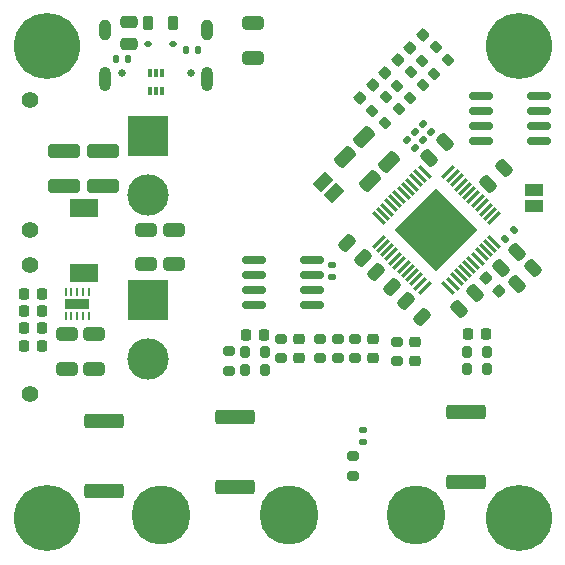
<source format=gbs>
%TF.GenerationSoftware,KiCad,Pcbnew,7.0.10*%
%TF.CreationDate,2024-01-24T14:53:36-05:00*%
%TF.ProjectId,MiniBLDC,4d696e69-424c-4444-932e-6b696361645f,rev?*%
%TF.SameCoordinates,Original*%
%TF.FileFunction,Soldermask,Bot*%
%TF.FilePolarity,Negative*%
%FSLAX46Y46*%
G04 Gerber Fmt 4.6, Leading zero omitted, Abs format (unit mm)*
G04 Created by KiCad (PCBNEW 7.0.10) date 2024-01-24 14:53:36*
%MOMM*%
%LPD*%
G01*
G04 APERTURE LIST*
G04 Aperture macros list*
%AMRoundRect*
0 Rectangle with rounded corners*
0 $1 Rounding radius*
0 $2 $3 $4 $5 $6 $7 $8 $9 X,Y pos of 4 corners*
0 Add a 4 corners polygon primitive as box body*
4,1,4,$2,$3,$4,$5,$6,$7,$8,$9,$2,$3,0*
0 Add four circle primitives for the rounded corners*
1,1,$1+$1,$2,$3*
1,1,$1+$1,$4,$5*
1,1,$1+$1,$6,$7*
1,1,$1+$1,$8,$9*
0 Add four rect primitives between the rounded corners*
20,1,$1+$1,$2,$3,$4,$5,0*
20,1,$1+$1,$4,$5,$6,$7,0*
20,1,$1+$1,$6,$7,$8,$9,0*
20,1,$1+$1,$8,$9,$2,$3,0*%
%AMRotRect*
0 Rectangle, with rotation*
0 The origin of the aperture is its center*
0 $1 length*
0 $2 width*
0 $3 Rotation angle, in degrees counterclockwise*
0 Add horizontal line*
21,1,$1,$2,0,0,$3*%
G04 Aperture macros list end*
%ADD10C,1.400000*%
%ADD11R,3.500000X3.500000*%
%ADD12C,3.500000*%
%ADD13RoundRect,0.250000X-0.512652X-0.159099X-0.159099X-0.512652X0.512652X0.159099X0.159099X0.512652X0*%
%ADD14RoundRect,0.250000X0.512652X0.159099X0.159099X0.512652X-0.512652X-0.159099X-0.159099X-0.512652X0*%
%ADD15RotRect,1.000000X1.500000X135.000000*%
%ADD16R,1.500000X1.000000*%
%ADD17RoundRect,0.250000X0.650000X-0.325000X0.650000X0.325000X-0.650000X0.325000X-0.650000X-0.325000X0*%
%ADD18RoundRect,0.250000X-0.650000X0.325000X-0.650000X-0.325000X0.650000X-0.325000X0.650000X0.325000X0*%
%ADD19C,0.800000*%
%ADD20C,5.000000*%
%ADD21C,5.600000*%
%ADD22C,3.600000*%
%ADD23RoundRect,0.250000X1.425000X-0.362500X1.425000X0.362500X-1.425000X0.362500X-1.425000X-0.362500X0*%
%ADD24RoundRect,0.200000X-0.200000X-0.275000X0.200000X-0.275000X0.200000X0.275000X-0.200000X0.275000X0*%
%ADD25RoundRect,0.200000X0.200000X0.275000X-0.200000X0.275000X-0.200000X-0.275000X0.200000X-0.275000X0*%
%ADD26RoundRect,0.200000X0.053033X-0.335876X0.335876X-0.053033X-0.053033X0.335876X-0.335876X0.053033X0*%
%ADD27RoundRect,0.200000X-0.053033X0.335876X-0.335876X0.053033X0.053033X-0.335876X0.335876X-0.053033X0*%
%ADD28RoundRect,0.225000X-0.225000X-0.250000X0.225000X-0.250000X0.225000X0.250000X-0.225000X0.250000X0*%
%ADD29RoundRect,0.225000X0.017678X-0.335876X0.335876X-0.017678X-0.017678X0.335876X-0.335876X0.017678X0*%
%ADD30RoundRect,0.225000X-0.017678X0.335876X-0.335876X0.017678X0.017678X-0.335876X0.335876X-0.017678X0*%
%ADD31RoundRect,0.225000X-0.335876X-0.017678X-0.017678X-0.335876X0.335876X0.017678X0.017678X0.335876X0*%
%ADD32RoundRect,0.200000X0.275000X-0.200000X0.275000X0.200000X-0.275000X0.200000X-0.275000X-0.200000X0*%
%ADD33RoundRect,0.250000X0.159099X-0.512652X0.512652X-0.159099X-0.159099X0.512652X-0.512652X0.159099X0*%
%ADD34RoundRect,0.250000X1.100000X-0.325000X1.100000X0.325000X-1.100000X0.325000X-1.100000X-0.325000X0*%
%ADD35RoundRect,0.225000X0.250000X-0.225000X0.250000X0.225000X-0.250000X0.225000X-0.250000X-0.225000X0*%
%ADD36RoundRect,0.135000X0.035355X-0.226274X0.226274X-0.035355X-0.035355X0.226274X-0.226274X0.035355X0*%
%ADD37RoundRect,0.150000X-0.825000X-0.150000X0.825000X-0.150000X0.825000X0.150000X-0.825000X0.150000X0*%
%ADD38RotRect,5.003800X5.003800X315.000000*%
%ADD39RotRect,0.279400X1.340599X315.000000*%
%ADD40RotRect,0.279400X1.340599X225.000000*%
%ADD41RoundRect,0.135000X0.226274X0.035355X0.035355X0.226274X-0.226274X-0.035355X-0.035355X-0.226274X0*%
%ADD42RoundRect,0.225000X0.225000X0.250000X-0.225000X0.250000X-0.225000X-0.250000X0.225000X-0.250000X0*%
%ADD43RoundRect,0.250000X0.475000X-0.250000X0.475000X0.250000X-0.475000X0.250000X-0.475000X-0.250000X0*%
%ADD44R,0.340000X0.700000*%
%ADD45RoundRect,0.218750X-0.218750X-0.381250X0.218750X-0.381250X0.218750X0.381250X-0.218750X0.381250X0*%
%ADD46RoundRect,0.135000X0.135000X0.185000X-0.135000X0.185000X-0.135000X-0.185000X0.135000X-0.185000X0*%
%ADD47RoundRect,0.135000X0.185000X-0.135000X0.185000X0.135000X-0.185000X0.135000X-0.185000X-0.135000X0*%
%ADD48RoundRect,0.135000X-0.226274X-0.035355X-0.035355X-0.226274X0.226274X0.035355X0.035355X0.226274X0*%
%ADD49O,1.000000X1.800000*%
%ADD50O,1.000000X2.100000*%
%ADD51C,0.650000*%
%ADD52R,2.000000X0.900000*%
%ADD53RoundRect,0.062500X0.062500X-0.300000X0.062500X0.300000X-0.062500X0.300000X-0.062500X-0.300000X0*%
%ADD54RoundRect,0.140000X0.170000X-0.140000X0.170000X0.140000X-0.170000X0.140000X-0.170000X-0.140000X0*%
%ADD55RoundRect,0.135000X-0.135000X-0.185000X0.135000X-0.185000X0.135000X0.185000X-0.135000X0.185000X0*%
%ADD56RoundRect,0.250000X-0.689429X-0.229810X-0.229810X-0.689429X0.689429X0.229810X0.229810X0.689429X0*%
%ADD57R,2.400000X1.500000*%
%ADD58RoundRect,0.112500X-0.187500X-0.112500X0.187500X-0.112500X0.187500X0.112500X-0.187500X0.112500X0*%
%ADD59RoundRect,0.150000X0.825000X0.150000X-0.825000X0.150000X-0.825000X-0.150000X0.825000X-0.150000X0*%
G04 APERTURE END LIST*
D10*
%TO.C,J13*%
X134450000Y-116085000D03*
X134450000Y-105085000D03*
D11*
X144450000Y-108085000D03*
D12*
X144450000Y-113085000D03*
%TD*%
D13*
%TO.C,C10*%
X166278249Y-122078249D03*
X167621751Y-123421751D03*
%TD*%
D14*
%TO.C,C9*%
X163728249Y-119578249D03*
X165071751Y-120921751D03*
%TD*%
%TO.C,C8*%
X162671751Y-118471751D03*
X161328249Y-117128249D03*
%TD*%
D12*
%TO.C,J2*%
X144450000Y-126985000D03*
D11*
X144450000Y-121985000D03*
D10*
X134450000Y-118985000D03*
X134450000Y-129985000D03*
%TD*%
D15*
%TO.C,JP2*%
X160159619Y-112959619D03*
X159240381Y-112040381D03*
%TD*%
D16*
%TO.C,JP1*%
X177121750Y-112700000D03*
X177121750Y-114000000D03*
%TD*%
D17*
%TO.C,C19*%
X153300000Y-101475000D03*
X153300000Y-98525000D03*
%TD*%
D18*
%TO.C,C17*%
X144300000Y-116024999D03*
X144300000Y-118974999D03*
%TD*%
D19*
%TO.C,J8*%
X147425000Y-140185000D03*
X146875825Y-141510825D03*
X146875825Y-138859175D03*
X145550000Y-142060000D03*
D20*
X145550000Y-140185000D03*
D19*
X145550000Y-138310000D03*
X144224175Y-141510825D03*
X144224175Y-138859175D03*
X143675000Y-140185000D03*
%TD*%
%TO.C,J7*%
X158225000Y-140185000D03*
X157675825Y-141510825D03*
X157675825Y-138859175D03*
X156350000Y-142060000D03*
D20*
X156350000Y-140185000D03*
D19*
X156350000Y-138310000D03*
X155024175Y-141510825D03*
X155024175Y-138859175D03*
X154475000Y-140185000D03*
%TD*%
%TO.C,J6*%
X169025000Y-140185000D03*
X168475825Y-141510825D03*
X168475825Y-138859175D03*
X167150000Y-142060000D03*
D20*
X167150000Y-140185000D03*
D19*
X167150000Y-138310000D03*
X165824175Y-141510825D03*
X165824175Y-138859175D03*
X165275000Y-140185000D03*
%TD*%
D21*
%TO.C,H4*%
X175850000Y-140485000D03*
D22*
X175850000Y-140485000D03*
%TD*%
%TO.C,H3*%
X135850000Y-140485000D03*
D21*
X135850000Y-140485000D03*
%TD*%
%TO.C,H2*%
X175850000Y-100485000D03*
D22*
X175850000Y-100485000D03*
%TD*%
D21*
%TO.C,H1*%
X135850000Y-100485000D03*
D22*
X135850000Y-100485000D03*
%TD*%
D23*
%TO.C,R11*%
X140750000Y-132275000D03*
X140750000Y-138200000D03*
%TD*%
%TO.C,R7*%
X151800000Y-131875000D03*
X151800000Y-137800000D03*
%TD*%
D24*
%TO.C,R28*%
X171475000Y-126350000D03*
X173125000Y-126350000D03*
%TD*%
D25*
%TO.C,R27*%
X171474751Y-127850000D03*
X173124751Y-127850000D03*
%TD*%
D24*
%TO.C,R24*%
X152676011Y-126413195D03*
X154326011Y-126413195D03*
%TD*%
D25*
%TO.C,R23*%
X154325000Y-127925000D03*
X152675000Y-127925000D03*
%TD*%
D26*
%TO.C,R22*%
X168803225Y-100591746D03*
X167636499Y-101758472D03*
%TD*%
D27*
%TO.C,R21*%
X168692150Y-102818609D03*
X169858876Y-101651883D03*
%TD*%
D26*
%TO.C,R20*%
X166705606Y-102687269D03*
X165538880Y-103853995D03*
%TD*%
D27*
%TO.C,R19*%
X166595579Y-104915180D03*
X167762305Y-103748454D03*
%TD*%
%TO.C,R18*%
X163436104Y-105977134D03*
X164602830Y-104810408D03*
%TD*%
D26*
%TO.C,R17*%
X165651591Y-105859168D03*
X164484865Y-107025894D03*
%TD*%
D28*
%TO.C,C31*%
X171525000Y-124850000D03*
X173075000Y-124850000D03*
%TD*%
%TO.C,C29*%
X154278370Y-124937651D03*
X152728370Y-124937651D03*
%TD*%
D29*
%TO.C,C28*%
X167730208Y-99565639D03*
X166634192Y-100661655D03*
%TD*%
%TO.C,C27*%
X165619494Y-101676353D03*
X164523478Y-102772369D03*
%TD*%
D30*
%TO.C,C15*%
X162413042Y-104878876D03*
X163509058Y-103782860D03*
%TD*%
D31*
%TO.C,C11*%
X174148008Y-121223008D03*
X173051992Y-120126992D03*
%TD*%
D32*
%TO.C,R6*%
X159000000Y-126925000D03*
X159000000Y-125275000D03*
%TD*%
D33*
%TO.C,C7*%
X168266341Y-109927184D03*
X169609843Y-108583682D03*
%TD*%
%TO.C,C6*%
X174600000Y-110800000D03*
X173256498Y-112143502D03*
%TD*%
D34*
%TO.C,C33*%
X137350000Y-109400000D03*
X137350000Y-112350000D03*
%TD*%
D35*
%TO.C,C25*%
X163500000Y-126875000D03*
X163500000Y-125325000D03*
%TD*%
D32*
%TO.C,R10*%
X151275000Y-126325000D03*
X151275000Y-127975000D03*
%TD*%
D34*
%TO.C,C21*%
X140590001Y-112344999D03*
X140590001Y-109394999D03*
%TD*%
D36*
%TO.C,R29*%
X174668706Y-116802743D03*
X175389954Y-116081495D03*
%TD*%
D37*
%TO.C,U5*%
X177575000Y-108555000D03*
X177575000Y-107285000D03*
X177575000Y-106015000D03*
X177575000Y-104745000D03*
X172625000Y-104745000D03*
X172625000Y-106015000D03*
X172625000Y-107285000D03*
X172625000Y-108555000D03*
%TD*%
D38*
%TO.C,U1*%
X168861534Y-116056484D03*
D39*
X163964465Y-117064465D03*
X164318018Y-117418018D03*
X164671573Y-117771573D03*
X165025125Y-118125126D03*
X165378678Y-118478678D03*
X165732232Y-118832232D03*
X166085786Y-119185786D03*
X166439340Y-119539340D03*
X166792892Y-119892893D03*
X167146445Y-120246445D03*
X167500000Y-120600000D03*
X167853553Y-120953553D03*
D40*
X169869515Y-120953553D03*
X170223068Y-120600000D03*
X170576623Y-120246445D03*
X170930176Y-119892893D03*
X171283728Y-119539340D03*
X171637282Y-119185786D03*
X171990836Y-118832232D03*
X172344390Y-118478678D03*
X172697943Y-118125126D03*
X173051495Y-117771573D03*
X173405050Y-117418018D03*
X173758603Y-117064465D03*
D39*
X173758603Y-115048503D03*
X173405050Y-114694950D03*
X173051495Y-114341395D03*
X172697943Y-113987842D03*
X172344390Y-113634290D03*
X171990836Y-113280736D03*
X171637282Y-112927182D03*
X171283728Y-112573628D03*
X170930176Y-112220075D03*
X170576623Y-111866523D03*
X170223068Y-111512968D03*
X169869515Y-111159415D03*
D40*
X167853553Y-111159415D03*
X167500000Y-111512968D03*
X167146445Y-111866523D03*
X166792892Y-112220075D03*
X166439340Y-112573628D03*
X166085786Y-112927182D03*
X165732232Y-113280736D03*
X165378678Y-113634290D03*
X165025125Y-113987842D03*
X164671573Y-114341395D03*
X164318018Y-114694950D03*
X163964465Y-115048503D03*
%TD*%
D41*
%TO.C,R14*%
X167729330Y-108463367D03*
X167008082Y-107742119D03*
%TD*%
D23*
%TO.C,R3*%
X171400000Y-137400000D03*
X171400000Y-131475000D03*
%TD*%
D33*
%TO.C,C12*%
X170796955Y-122724494D03*
X172140457Y-121380992D03*
%TD*%
D42*
%TO.C,C35*%
X135464286Y-122929237D03*
X133914286Y-122929237D03*
%TD*%
D35*
%TO.C,C24*%
X167050000Y-127125000D03*
X167050000Y-125575000D03*
%TD*%
D32*
%TO.C,R12*%
X155725000Y-126925000D03*
X155725000Y-125275000D03*
%TD*%
D18*
%TO.C,C38*%
X139864619Y-124849998D03*
X139864619Y-127799998D03*
%TD*%
D32*
%TO.C,R8*%
X162000000Y-126925000D03*
X162000000Y-125275000D03*
%TD*%
D33*
%TO.C,C14*%
X175715001Y-120642290D03*
X177058503Y-119298788D03*
%TD*%
D43*
%TO.C,C68*%
X142800000Y-98450000D03*
X142800000Y-100350000D03*
%TD*%
D44*
%TO.C,D8*%
X144635000Y-104275000D03*
X145135000Y-104275000D03*
X145635000Y-104275000D03*
X145635000Y-102775000D03*
X145135000Y-102775000D03*
X144635000Y-102775000D03*
%TD*%
D45*
%TO.C,L3*%
X144472500Y-98547500D03*
X146597500Y-98547500D03*
%TD*%
D46*
%TO.C,R31*%
X148645000Y-100800000D03*
X147625000Y-100800000D03*
%TD*%
D42*
%TO.C,C22*%
X135470000Y-125900000D03*
X133920000Y-125900000D03*
%TD*%
D47*
%TO.C,R41*%
X162650000Y-133000000D03*
X162650000Y-134020000D03*
%TD*%
D48*
%TO.C,R15*%
X166337103Y-108405683D03*
X167058351Y-109126931D03*
%TD*%
%TO.C,R13*%
X167683082Y-107067119D03*
X168404330Y-107788367D03*
%TD*%
D32*
%TO.C,TH1*%
X161761004Y-135198943D03*
X161761004Y-136848943D03*
%TD*%
D42*
%TO.C,C36*%
X135464286Y-121450000D03*
X133914286Y-121450000D03*
%TD*%
D35*
%TO.C,C26*%
X157200000Y-125325000D03*
X157200000Y-126875000D03*
%TD*%
D49*
%TO.C,J14*%
X140835000Y-99120000D03*
D50*
X140835000Y-103300000D03*
D49*
X149475000Y-99120000D03*
D50*
X149475000Y-103300000D03*
D51*
X142265000Y-102800000D03*
X148045000Y-102800000D03*
%TD*%
D52*
%TO.C,IC2*%
X138460382Y-122350000D03*
D53*
X139460382Y-121337500D03*
X138960382Y-121337500D03*
X138460382Y-121337500D03*
X137960382Y-121337500D03*
X137460382Y-121337500D03*
X137460382Y-123362500D03*
X137960382Y-123362500D03*
X138460382Y-123362500D03*
X138960382Y-123362500D03*
X139460382Y-123362500D03*
%TD*%
D32*
%TO.C,R4*%
X165550000Y-125525000D03*
X165550000Y-127175000D03*
%TD*%
D54*
%TO.C,C23*%
X160050000Y-119045000D03*
X160050000Y-120005000D03*
%TD*%
D55*
%TO.C,R43*%
X141765001Y-101600000D03*
X142785001Y-101600000D03*
%TD*%
D32*
%TO.C,R5*%
X160500000Y-125275000D03*
X160500000Y-126925000D03*
%TD*%
D33*
%TO.C,C13*%
X175668706Y-117902743D03*
X174325204Y-119246245D03*
%TD*%
D18*
%TO.C,C16*%
X146600001Y-116025001D03*
X146600001Y-118975001D03*
%TD*%
D56*
%TO.C,C5*%
X161113771Y-109856188D03*
X163199737Y-111942154D03*
%TD*%
%TO.C,C4*%
X162753471Y-108207017D03*
X164839437Y-110292983D03*
%TD*%
D18*
%TO.C,C37*%
X137560382Y-127800000D03*
X137560382Y-124850000D03*
%TD*%
D57*
%TO.C,L1*%
X139050000Y-119700000D03*
X139050000Y-114200000D03*
%TD*%
D42*
%TO.C,C34*%
X135464286Y-124400000D03*
X133914286Y-124400000D03*
%TD*%
D58*
%TO.C,D11*%
X144422500Y-100347500D03*
X146522500Y-100347500D03*
%TD*%
D59*
%TO.C,U2*%
X158325000Y-118580000D03*
X158325000Y-119850000D03*
X158325000Y-121120000D03*
X158325000Y-122390000D03*
X153375000Y-122390000D03*
X153375000Y-121120000D03*
X153375000Y-119850000D03*
X153375000Y-118580000D03*
%TD*%
M02*

</source>
